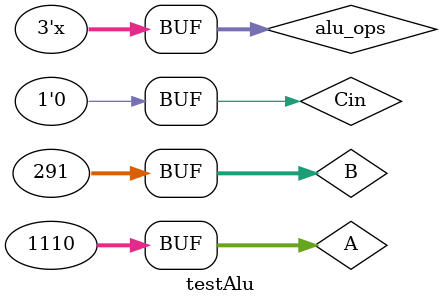
<source format=v>
`timescale 1ns / 1ps


module testAlu();
    wire [31:0] S;
    wire z;
    wire Cout;
    reg [31:0] A;
    reg [31:0] B;
    reg Cin;
    reg [2:0] alu_ops; 
    
    alu alu1(S, z, Cout, A, B, Cin, alu_ops);
    
    initial
    begin
        alu_ops = 3'b000;
        A = 32'h456;
        B = 32'h123;
        Cin = 0;
    end
    
    always
        #5 alu_ops = alu_ops + 1;
endmodule

</source>
